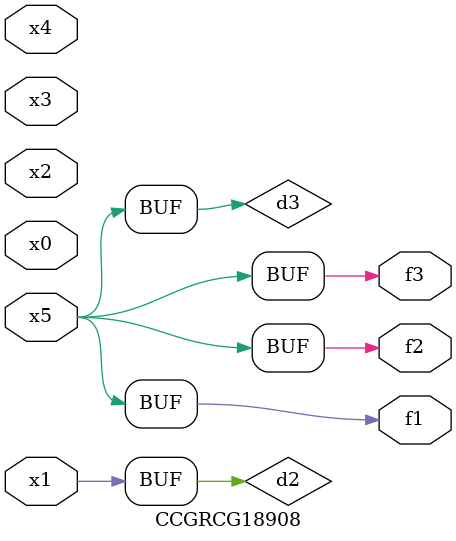
<source format=v>
module CCGRCG18908(
	input x0, x1, x2, x3, x4, x5,
	output f1, f2, f3
);

	wire d1, d2, d3;

	not (d1, x5);
	or (d2, x1);
	xnor (d3, d1);
	assign f1 = d3;
	assign f2 = d3;
	assign f3 = d3;
endmodule

</source>
